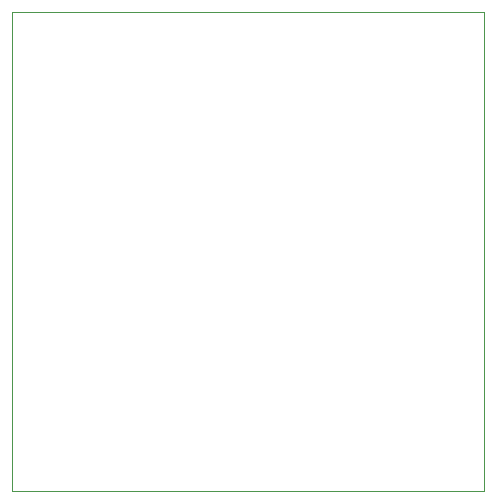
<source format=gko>
G04*
G04 #@! TF.GenerationSoftware,Altium Limited,Altium Designer,24.4.1 (13)*
G04*
G04 Layer_Color=16711935*
%FSLAX25Y25*%
%MOIN*%
G70*
G04*
G04 #@! TF.SameCoordinates,8584FE8A-8FE8-497F-BE15-97A27C2B3E29*
G04*
G04*
G04 #@! TF.FilePolarity,Positive*
G04*
G01*
G75*
%ADD48C,0.00100*%
D48*
X0Y0D02*
X157500D01*
Y159500D01*
X0D02*
X157500D01*
X0Y0D02*
Y159500D01*
M02*

</source>
